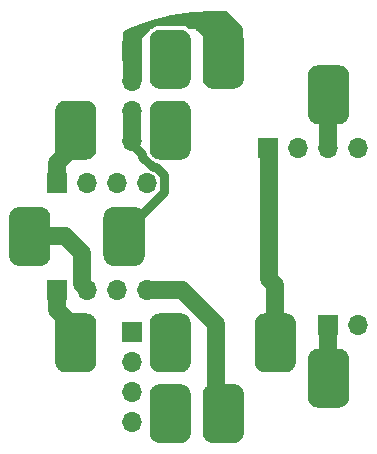
<source format=gbr>
%TF.GenerationSoftware,KiCad,Pcbnew,5.1.12-84ad8e8a86~92~ubuntu20.04.1*%
%TF.CreationDate,2022-08-08T17:47:05+02:00*%
%TF.ProjectId,saba-fernbedienung-anschlussstecker,73616261-2d66-4657-926e-62656469656e,1*%
%TF.SameCoordinates,Original*%
%TF.FileFunction,Copper,L2,Bot*%
%TF.FilePolarity,Positive*%
%FSLAX46Y46*%
G04 Gerber Fmt 4.6, Leading zero omitted, Abs format (unit mm)*
G04 Created by KiCad (PCBNEW 5.1.12-84ad8e8a86~92~ubuntu20.04.1) date 2022-08-08 17:47:05*
%MOMM*%
%LPD*%
G01*
G04 APERTURE LIST*
%TA.AperFunction,ComponentPad*%
%ADD10O,1.700000X1.700000*%
%TD*%
%TA.AperFunction,ComponentPad*%
%ADD11R,1.700000X1.700000*%
%TD*%
%TA.AperFunction,Conductor*%
%ADD12C,1.500000*%
%TD*%
%TA.AperFunction,Conductor*%
%ADD13C,0.800000*%
%TD*%
%TA.AperFunction,Conductor*%
%ADD14C,0.254000*%
%TD*%
%TA.AperFunction,Conductor*%
%ADD15C,0.100000*%
%TD*%
G04 APERTURE END LIST*
%TO.P,X101,24*%
%TO.N,Net-(J104-Pad1)*%
%TA.AperFunction,ComponentPad*%
G36*
G01*
X137750000Y-93625000D02*
X137750000Y-90375000D01*
G75*
G02*
X138625000Y-89500000I875000J0D01*
G01*
X140375000Y-89500000D01*
G75*
G02*
X141250000Y-90375000I0J-875000D01*
G01*
X141250000Y-93625000D01*
G75*
G02*
X140375000Y-94500000I-875000J0D01*
G01*
X138625000Y-94500000D01*
G75*
G02*
X137750000Y-93625000I0J875000D01*
G01*
G37*
%TD.AperFunction*%
%TO.P,X101,21*%
%TO.N,Net-(J105-Pad1)*%
%TA.AperFunction,ComponentPad*%
G36*
G01*
X133250000Y-90625000D02*
X133250000Y-87375000D01*
G75*
G02*
X134125000Y-86500000I875000J0D01*
G01*
X135875000Y-86500000D01*
G75*
G02*
X136750000Y-87375000I0J-875000D01*
G01*
X136750000Y-90625000D01*
G75*
G02*
X135875000Y-91500000I-875000J0D01*
G01*
X134125000Y-91500000D01*
G75*
G02*
X133250000Y-90625000I0J875000D01*
G01*
G37*
%TD.AperFunction*%
%TO.P,X101,23*%
%TO.N,Net-(J105-Pad3)*%
%TA.AperFunction,ComponentPad*%
G36*
G01*
X137750000Y-69625000D02*
X137750000Y-66375000D01*
G75*
G02*
X138625000Y-65500000I875000J0D01*
G01*
X140375000Y-65500000D01*
G75*
G02*
X141250000Y-66375000I0J-875000D01*
G01*
X141250000Y-69625000D01*
G75*
G02*
X140375000Y-70500000I-875000J0D01*
G01*
X138625000Y-70500000D01*
G75*
G02*
X137750000Y-69625000I0J875000D01*
G01*
G37*
%TD.AperFunction*%
%TO.P,X101,18*%
%TO.N,Net-(J103-Pad4)*%
%TA.AperFunction,ComponentPad*%
G36*
G01*
X128850000Y-96625000D02*
X128850000Y-93375000D01*
G75*
G02*
X129725000Y-92500000I875000J0D01*
G01*
X131475000Y-92500000D01*
G75*
G02*
X132350000Y-93375000I0J-875000D01*
G01*
X132350000Y-96625000D01*
G75*
G02*
X131475000Y-97500000I-875000J0D01*
G01*
X129725000Y-97500000D01*
G75*
G02*
X128850000Y-96625000I0J875000D01*
G01*
G37*
%TD.AperFunction*%
%TO.P,X101,15*%
%TO.N,Net-(J102-Pad1)*%
%TA.AperFunction,ComponentPad*%
G36*
G01*
X128850000Y-66625000D02*
X128850000Y-63375000D01*
G75*
G02*
X129725000Y-62500000I875000J0D01*
G01*
X131475000Y-62500000D01*
G75*
G02*
X132350000Y-63375000I0J-875000D01*
G01*
X132350000Y-66625000D01*
G75*
G02*
X131475000Y-67500000I-875000J0D01*
G01*
X129725000Y-67500000D01*
G75*
G02*
X128850000Y-66625000I0J875000D01*
G01*
G37*
%TD.AperFunction*%
%TO.P,X101,14*%
%TO.N,Net-(J103-Pad3)*%
%TA.AperFunction,ComponentPad*%
G36*
G01*
X124350000Y-96625000D02*
X124350000Y-93375000D01*
G75*
G02*
X125225000Y-92500000I875000J0D01*
G01*
X126975000Y-92500000D01*
G75*
G02*
X127850000Y-93375000I0J-875000D01*
G01*
X127850000Y-96625000D01*
G75*
G02*
X126975000Y-97500000I-875000J0D01*
G01*
X125225000Y-97500000D01*
G75*
G02*
X124350000Y-96625000I0J875000D01*
G01*
G37*
%TD.AperFunction*%
%TO.P,X101,13*%
%TO.N,Net-(J101-Pad2)*%
%TA.AperFunction,ComponentPad*%
G36*
G01*
X124350000Y-90625000D02*
X124350000Y-87375000D01*
G75*
G02*
X125225000Y-86500000I875000J0D01*
G01*
X126975000Y-86500000D01*
G75*
G02*
X127850000Y-87375000I0J-875000D01*
G01*
X127850000Y-90625000D01*
G75*
G02*
X126975000Y-91500000I-875000J0D01*
G01*
X125225000Y-91500000D01*
G75*
G02*
X124350000Y-90625000I0J875000D01*
G01*
G37*
%TD.AperFunction*%
%TO.P,X101,12*%
%TO.N,Net-(J101-Pad4)*%
%TA.AperFunction,ComponentPad*%
G36*
G01*
X124350000Y-72625000D02*
X124350000Y-69375000D01*
G75*
G02*
X125225000Y-68500000I875000J0D01*
G01*
X126975000Y-68500000D01*
G75*
G02*
X127850000Y-69375000I0J-875000D01*
G01*
X127850000Y-72625000D01*
G75*
G02*
X126975000Y-73500000I-875000J0D01*
G01*
X125225000Y-73500000D01*
G75*
G02*
X124350000Y-72625000I0J875000D01*
G01*
G37*
%TD.AperFunction*%
%TO.P,X101,8*%
%TO.N,Net-(J102-Pad3)*%
%TA.AperFunction,ComponentPad*%
G36*
G01*
X120450000Y-81625000D02*
X120450000Y-78375000D01*
G75*
G02*
X121325000Y-77500000I875000J0D01*
G01*
X123075000Y-77500000D01*
G75*
G02*
X123950000Y-78375000I0J-875000D01*
G01*
X123950000Y-81625000D01*
G75*
G02*
X123075000Y-82500000I-875000J0D01*
G01*
X121325000Y-82500000D01*
G75*
G02*
X120450000Y-81625000I0J875000D01*
G01*
G37*
%TD.AperFunction*%
%TO.P,X101,5*%
%TO.N,Net-(J103-Pad1)*%
%TA.AperFunction,ComponentPad*%
G36*
G01*
X116350000Y-90625000D02*
X116350000Y-87375000D01*
G75*
G02*
X117225000Y-86500000I875000J0D01*
G01*
X118975000Y-86500000D01*
G75*
G02*
X119850000Y-87375000I0J-875000D01*
G01*
X119850000Y-90625000D01*
G75*
G02*
X118975000Y-91500000I-875000J0D01*
G01*
X117225000Y-91500000D01*
G75*
G02*
X116350000Y-90625000I0J875000D01*
G01*
G37*
%TD.AperFunction*%
%TO.P,X101,2*%
%TO.N,Net-(J101-Pad1)*%
%TA.AperFunction,ComponentPad*%
G36*
G01*
X116350000Y-72625000D02*
X116350000Y-69375000D01*
G75*
G02*
X117225000Y-68500000I875000J0D01*
G01*
X118975000Y-68500000D01*
G75*
G02*
X119850000Y-69375000I0J-875000D01*
G01*
X119850000Y-72625000D01*
G75*
G02*
X118975000Y-73500000I-875000J0D01*
G01*
X117225000Y-73500000D01*
G75*
G02*
X116350000Y-72625000I0J875000D01*
G01*
G37*
%TD.AperFunction*%
%TO.P,X101,1*%
%TO.N,Net-(J103-Pad2)*%
%TA.AperFunction,ComponentPad*%
G36*
G01*
X112450000Y-81625000D02*
X112450000Y-78375000D01*
G75*
G02*
X113325000Y-77500000I875000J0D01*
G01*
X115075000Y-77500000D01*
G75*
G02*
X115950000Y-78375000I0J-875000D01*
G01*
X115950000Y-81625000D01*
G75*
G02*
X115075000Y-82500000I-875000J0D01*
G01*
X113325000Y-82500000D01*
G75*
G02*
X112450000Y-81625000I0J875000D01*
G01*
G37*
%TD.AperFunction*%
%TO.P,X101,11*%
%TO.N,Net-(J106-Pad1)*%
%TA.AperFunction,ComponentPad*%
G36*
G01*
X124350000Y-66625000D02*
X124350000Y-63375000D01*
G75*
G02*
X125225000Y-62500000I875000J0D01*
G01*
X126975000Y-62500000D01*
G75*
G02*
X127850000Y-63375000I0J-875000D01*
G01*
X127850000Y-66625000D01*
G75*
G02*
X126975000Y-67500000I-875000J0D01*
G01*
X125225000Y-67500000D01*
G75*
G02*
X124350000Y-66625000I0J875000D01*
G01*
G37*
%TD.AperFunction*%
%TD*%
D10*
%TO.P,J101,4*%
%TO.N,Net-(J101-Pad4)*%
X124120000Y-75500000D03*
%TO.P,J101,3*%
%TO.N,Net-(J101-Pad2)*%
X121580000Y-75500000D03*
%TO.P,J101,2*%
X119040000Y-75500000D03*
D11*
%TO.P,J101,1*%
%TO.N,Net-(J101-Pad1)*%
X116500000Y-75500000D03*
%TD*%
D10*
%TO.P,J104,2*%
%TO.N,Net-(J104-Pad1)*%
X142040000Y-87500000D03*
D11*
%TO.P,J104,1*%
X139500000Y-87500000D03*
%TD*%
D10*
%TO.P,J106,4*%
%TO.N,N/C*%
X122900000Y-95720000D03*
%TO.P,J106,3*%
X122900000Y-93180000D03*
%TO.P,J106,2*%
X122900000Y-90640000D03*
D11*
%TO.P,J106,1*%
%TO.N,Net-(J106-Pad1)*%
X122900000Y-88100000D03*
%TD*%
D10*
%TO.P,J105,4*%
%TO.N,Net-(J105-Pad3)*%
X142020000Y-72500000D03*
%TO.P,J105,3*%
X139480000Y-72500000D03*
%TO.P,J105,2*%
%TO.N,Net-(J105-Pad1)*%
X136940000Y-72500000D03*
D11*
%TO.P,J105,1*%
X134400000Y-72500000D03*
%TD*%
D10*
%TO.P,J103,4*%
%TO.N,Net-(J103-Pad4)*%
X124120000Y-84500000D03*
%TO.P,J103,3*%
%TO.N,Net-(J103-Pad3)*%
X121580000Y-84500000D03*
%TO.P,J103,2*%
%TO.N,Net-(J103-Pad2)*%
X119040000Y-84500000D03*
D11*
%TO.P,J103,1*%
%TO.N,Net-(J103-Pad1)*%
X116500000Y-84500000D03*
%TD*%
D10*
%TO.P,J102,4*%
%TO.N,Net-(J102-Pad3)*%
X122900000Y-71900000D03*
%TO.P,J102,3*%
X122900000Y-69360000D03*
%TO.P,J102,2*%
%TO.N,Net-(J102-Pad1)*%
X122900000Y-66820000D03*
D11*
%TO.P,J102,1*%
X122900000Y-64280000D03*
%TD*%
D12*
%TO.N,Net-(J101-Pad1)*%
X116500000Y-75500000D02*
X116500000Y-73800000D01*
X116500000Y-73800000D02*
X118100000Y-72200000D01*
%TO.N,Net-(J102-Pad3)*%
X122900000Y-69360000D02*
X122900000Y-71900000D01*
D13*
X125570001Y-76229999D02*
X123200000Y-78600000D01*
X125570001Y-74803999D02*
X125570001Y-76229999D01*
X122900000Y-72133998D02*
X123749990Y-72983988D01*
X123749990Y-72983988D02*
X123749990Y-73235970D01*
X123749990Y-73235970D02*
X124614030Y-74100010D01*
X122900000Y-71900000D02*
X122900000Y-72133998D01*
X124614030Y-74100010D02*
X124866012Y-74100010D01*
X124866012Y-74100010D02*
X125570001Y-74803999D01*
D12*
%TO.N,Net-(J103-Pad4)*%
X130000000Y-94100000D02*
X131000000Y-95100000D01*
X130000000Y-87419046D02*
X130000000Y-94100000D01*
X124120000Y-84500000D02*
X127080954Y-84500000D01*
X127080954Y-84500000D02*
X130000000Y-87419046D01*
%TO.N,Net-(J103-Pad2)*%
X118600000Y-81400000D02*
X118600000Y-84000000D01*
X114500000Y-80000000D02*
X117200000Y-80000000D01*
X118600000Y-84000000D02*
X119000000Y-84400000D01*
X117200000Y-80000000D02*
X118600000Y-81400000D01*
%TO.N,Net-(J103-Pad1)*%
X116500000Y-84500000D02*
X116500000Y-86200000D01*
X116500000Y-86200000D02*
X118400000Y-88100000D01*
%TO.N,Net-(J104-Pad1)*%
X139500000Y-92000000D02*
X139500000Y-87500000D01*
%TO.N,Net-(J105-Pad3)*%
X139500000Y-68000000D02*
X139500000Y-72600000D01*
%TO.N,Net-(J105-Pad1)*%
X134500000Y-83600000D02*
X134500000Y-72800000D01*
X135000000Y-89000000D02*
X135000000Y-84100000D01*
X134500000Y-72800000D02*
X134400000Y-72700000D01*
X135000000Y-84100000D02*
X134500000Y-83600000D01*
%TD*%
D14*
%TO.N,Net-(J102-Pad1)*%
X130736476Y-61009245D02*
X132123609Y-62354344D01*
X132172401Y-66647993D01*
X131647394Y-67173000D01*
X129452606Y-67173000D01*
X129324366Y-67044760D01*
X129126838Y-63143578D01*
X129123147Y-63118956D01*
X129114725Y-63095528D01*
X129101894Y-63074193D01*
X129086861Y-63057349D01*
X128286861Y-62307349D01*
X128267116Y-62292183D01*
X128244793Y-62281161D01*
X128220748Y-62274706D01*
X128200000Y-62273000D01*
X127756736Y-62273000D01*
X127727413Y-62248935D01*
X127493271Y-62123783D01*
X127239212Y-62046716D01*
X126975000Y-62020693D01*
X125225000Y-62020693D01*
X124960788Y-62046716D01*
X124706729Y-62123783D01*
X124472587Y-62248935D01*
X124443264Y-62273000D01*
X124400000Y-62273000D01*
X124375224Y-62275440D01*
X124351399Y-62282667D01*
X124329443Y-62294403D01*
X124310197Y-62310197D01*
X123610197Y-63010197D01*
X123594403Y-63029443D01*
X123582667Y-63051399D01*
X123575440Y-63075224D01*
X123573000Y-63100000D01*
X123573000Y-66773000D01*
X122227000Y-66773000D01*
X122227000Y-62658479D01*
X122904282Y-62349808D01*
X124533167Y-61779346D01*
X126207049Y-61358861D01*
X127912147Y-61091817D01*
X129634444Y-60980408D01*
X130736476Y-61009245D01*
%TA.AperFunction,Conductor*%
D15*
G36*
X130736476Y-61009245D02*
G01*
X132123609Y-62354344D01*
X132172401Y-66647993D01*
X131647394Y-67173000D01*
X129452606Y-67173000D01*
X129324366Y-67044760D01*
X129126838Y-63143578D01*
X129123147Y-63118956D01*
X129114725Y-63095528D01*
X129101894Y-63074193D01*
X129086861Y-63057349D01*
X128286861Y-62307349D01*
X128267116Y-62292183D01*
X128244793Y-62281161D01*
X128220748Y-62274706D01*
X128200000Y-62273000D01*
X127756736Y-62273000D01*
X127727413Y-62248935D01*
X127493271Y-62123783D01*
X127239212Y-62046716D01*
X126975000Y-62020693D01*
X125225000Y-62020693D01*
X124960788Y-62046716D01*
X124706729Y-62123783D01*
X124472587Y-62248935D01*
X124443264Y-62273000D01*
X124400000Y-62273000D01*
X124375224Y-62275440D01*
X124351399Y-62282667D01*
X124329443Y-62294403D01*
X124310197Y-62310197D01*
X123610197Y-63010197D01*
X123594403Y-63029443D01*
X123582667Y-63051399D01*
X123575440Y-63075224D01*
X123573000Y-63100000D01*
X123573000Y-66773000D01*
X122227000Y-66773000D01*
X122227000Y-62658479D01*
X122904282Y-62349808D01*
X124533167Y-61779346D01*
X126207049Y-61358861D01*
X127912147Y-61091817D01*
X129634444Y-60980408D01*
X130736476Y-61009245D01*
G37*
%TD.AperFunction*%
%TD*%
M02*

</source>
